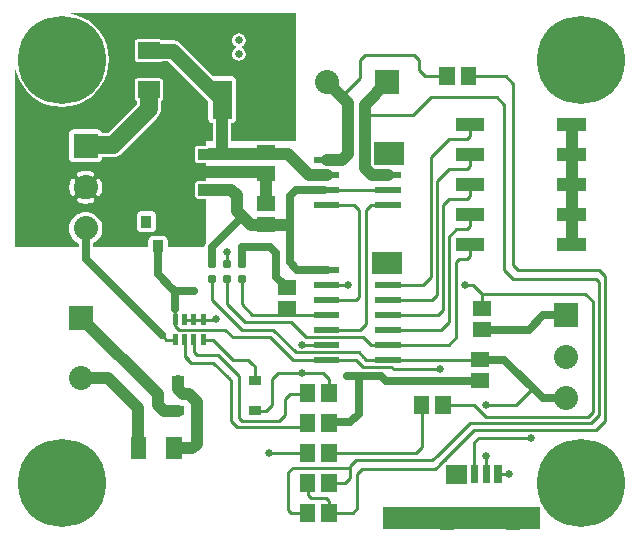
<source format=gbr>
G04 start of page 2 for group 0 idx 0 *
G04 Title: (unknown), component *
G04 Creator: pcb 4.0.2 *
G04 CreationDate: Mon Feb 22 17:58:17 2021 UTC *
G04 For: ndholmes *
G04 Format: Gerber/RS-274X *
G04 PCB-Dimensions (mil): 2100.00 1750.00 *
G04 PCB-Coordinate-Origin: lower left *
%MOIN*%
%FSLAX25Y25*%
%LNTOP*%
%ADD25C,0.0390*%
%ADD24C,0.0472*%
%ADD23C,0.0480*%
%ADD22C,0.1285*%
%ADD21C,0.0120*%
%ADD20C,0.0260*%
%ADD19C,0.0310*%
%ADD18C,0.0800*%
%ADD17C,0.2937*%
%ADD16C,0.0500*%
%ADD15C,0.0600*%
%ADD14C,0.0400*%
%ADD13C,0.0100*%
%ADD12C,0.0250*%
%ADD11C,0.0001*%
G54D11*G36*
X121000Y130500D02*X131000D01*
Y123000D01*
X121243D01*
X121000Y123243D01*
Y130500D01*
G37*
G36*
X75996Y173500D02*X95000D01*
Y131000D01*
X75996D01*
Y157693D01*
X76000Y157693D01*
X76361Y157721D01*
X76713Y157806D01*
X77047Y157944D01*
X77356Y158134D01*
X77631Y158369D01*
X77866Y158644D01*
X78056Y158953D01*
X78194Y159287D01*
X78279Y159639D01*
X78300Y160000D01*
X78279Y160361D01*
X78194Y160713D01*
X78056Y161047D01*
X77866Y161356D01*
X77631Y161631D01*
X77356Y161866D01*
X77047Y162056D01*
X76713Y162194D01*
X76480Y162250D01*
X76713Y162306D01*
X77047Y162444D01*
X77356Y162634D01*
X77631Y162869D01*
X77866Y163144D01*
X78056Y163453D01*
X78194Y163787D01*
X78279Y164139D01*
X78300Y164500D01*
X78279Y164861D01*
X78194Y165213D01*
X78056Y165547D01*
X77866Y165856D01*
X77631Y166131D01*
X77356Y166366D01*
X77047Y166556D01*
X76713Y166694D01*
X76361Y166779D01*
X76000Y166807D01*
X75996Y166807D01*
Y173500D01*
G37*
G36*
X41250Y150750D02*X41259Y145093D01*
X41296Y144940D01*
X41356Y144795D01*
X41438Y144660D01*
X41541Y144541D01*
X41660Y144438D01*
X41795Y144356D01*
X41940Y144296D01*
X42000Y144282D01*
Y143157D01*
X32343Y133500D01*
X30486D01*
X30486Y133515D01*
X30431Y133745D01*
X30341Y133963D01*
X30217Y134164D01*
X30064Y134344D01*
X29884Y134497D01*
X29683Y134621D01*
X29465Y134711D01*
X29235Y134766D01*
X29000Y134780D01*
X20765Y134766D01*
X20535Y134711D01*
X20317Y134621D01*
X20116Y134497D01*
X19936Y134344D01*
X19783Y134164D01*
X19659Y133963D01*
X19569Y133745D01*
X19514Y133515D01*
X19500Y133280D01*
X19504Y131000D01*
X1500D01*
Y155378D01*
X2038Y153138D01*
X2982Y150858D01*
X4272Y148753D01*
X5876Y146876D01*
X7753Y145272D01*
X9858Y143982D01*
X12138Y143038D01*
X14539Y142461D01*
X17000Y142268D01*
X19461Y142461D01*
X21862Y143038D01*
X24142Y143982D01*
X26247Y145272D01*
X28124Y146876D01*
X29728Y148753D01*
X31018Y150858D01*
X31962Y153138D01*
X32539Y155539D01*
X32684Y158000D01*
X32539Y160461D01*
X31962Y162862D01*
X31018Y165142D01*
X29728Y167247D01*
X28124Y169124D01*
X26247Y170728D01*
X24142Y172018D01*
X21862Y172962D01*
X19622Y173500D01*
X75996D01*
Y166807D01*
X75639Y166779D01*
X75287Y166694D01*
X74953Y166556D01*
X74644Y166366D01*
X74369Y166131D01*
X74134Y165856D01*
X73944Y165547D01*
X73806Y165213D01*
X73721Y164861D01*
X73693Y164500D01*
X73721Y164139D01*
X73806Y163787D01*
X73944Y163453D01*
X74134Y163144D01*
X74369Y162869D01*
X74644Y162634D01*
X74953Y162444D01*
X75287Y162306D01*
X75520Y162250D01*
X75287Y162194D01*
X74953Y162056D01*
X74644Y161866D01*
X74369Y161631D01*
X74134Y161356D01*
X73944Y161047D01*
X73806Y160713D01*
X73721Y160361D01*
X73693Y160000D01*
X73721Y159639D01*
X73806Y159287D01*
X73944Y158953D01*
X74134Y158644D01*
X74369Y158369D01*
X74644Y158134D01*
X74953Y157944D01*
X75287Y157806D01*
X75639Y157721D01*
X75996Y157693D01*
Y131000D01*
X73500D01*
Y136871D01*
X73885Y136872D01*
X74115Y136927D01*
X74333Y137017D01*
X74534Y137141D01*
X74714Y137294D01*
X74867Y137474D01*
X74991Y137675D01*
X75081Y137893D01*
X75136Y138123D01*
X75150Y138358D01*
X75136Y151192D01*
X75081Y151422D01*
X74991Y151640D01*
X74867Y151841D01*
X74714Y152021D01*
X74534Y152174D01*
X74333Y152298D01*
X74115Y152388D01*
X73885Y152443D01*
X73650Y152457D01*
X67506Y152444D01*
X56572Y163378D01*
X56483Y163483D01*
X56064Y163840D01*
X55594Y164128D01*
X55085Y164339D01*
X54549Y164468D01*
X54549Y164468D01*
X54000Y164511D01*
X53863Y164500D01*
X50412D01*
X50340Y164562D01*
X50205Y164644D01*
X50060Y164704D01*
X49907Y164741D01*
X49750Y164750D01*
X42093Y164741D01*
X41940Y164704D01*
X41795Y164644D01*
X41660Y164562D01*
X41541Y164459D01*
X41438Y164340D01*
X41356Y164205D01*
X41296Y164060D01*
X41259Y163907D01*
X41250Y163750D01*
X41259Y158093D01*
X41296Y157940D01*
X41356Y157795D01*
X41438Y157660D01*
X41541Y157541D01*
X41660Y157438D01*
X41795Y157356D01*
X41940Y157296D01*
X42093Y157259D01*
X42250Y157250D01*
X49907Y157259D01*
X50060Y157296D01*
X50205Y157356D01*
X50340Y157438D01*
X50412Y157500D01*
X52550D01*
X65857Y144193D01*
X65864Y138123D01*
X65919Y137893D01*
X66009Y137675D01*
X66133Y137474D01*
X66286Y137294D01*
X66466Y137141D01*
X66667Y137017D01*
X66885Y136927D01*
X67115Y136872D01*
X67350Y136858D01*
X67500Y136858D01*
Y131000D01*
X41157D01*
X48718Y138561D01*
X48837Y138663D01*
X49246Y139141D01*
X49246Y139142D01*
X49575Y139678D01*
X49816Y140260D01*
X49963Y140872D01*
X50012Y141500D01*
X50000Y141657D01*
Y144282D01*
X50060Y144296D01*
X50205Y144356D01*
X50340Y144438D01*
X50459Y144541D01*
X50562Y144660D01*
X50644Y144795D01*
X50704Y144940D01*
X50741Y145093D01*
X50750Y145250D01*
X50741Y150907D01*
X50704Y151060D01*
X50644Y151205D01*
X50562Y151340D01*
X50459Y151459D01*
X50340Y151562D01*
X50205Y151644D01*
X50060Y151704D01*
X49907Y151741D01*
X49750Y151750D01*
X47406Y151747D01*
X47240Y151816D01*
X46628Y151963D01*
X46000Y152012D01*
X45372Y151963D01*
X44760Y151816D01*
X44586Y151744D01*
X42093Y151741D01*
X41940Y151704D01*
X41795Y151644D01*
X41660Y151562D01*
X41541Y151459D01*
X41438Y151340D01*
X41356Y151205D01*
X41296Y151060D01*
X41259Y150907D01*
X41250Y150750D01*
G37*
G36*
X29493Y123860D02*X29683Y123939D01*
X29884Y124063D01*
X30064Y124216D01*
X30217Y124396D01*
X30341Y124597D01*
X30431Y124815D01*
X30486Y125045D01*
X30500Y125280D01*
X30500Y125500D01*
X33843D01*
X34000Y125488D01*
X34628Y125537D01*
X35240Y125684D01*
X35822Y125925D01*
X36358Y126254D01*
X36837Y126663D01*
X36939Y126782D01*
X48718Y138561D01*
X48837Y138663D01*
X49246Y139141D01*
X49246Y139142D01*
X49575Y139678D01*
X49816Y140260D01*
X49963Y140872D01*
X50012Y141500D01*
X50000Y141657D01*
Y144282D01*
X50060Y144296D01*
X50205Y144356D01*
X50340Y144438D01*
X50459Y144541D01*
X50562Y144660D01*
X50644Y144795D01*
X50704Y144940D01*
X50741Y145093D01*
X50750Y145250D01*
X50745Y148500D01*
X61550D01*
X65000Y145050D01*
Y129290D01*
X62264Y129287D01*
X62111Y129250D01*
X61966Y129190D01*
X61831Y129108D01*
X61712Y129005D01*
X61609Y128886D01*
X61527Y128751D01*
X61467Y128606D01*
X61430Y128453D01*
X61421Y128296D01*
X61430Y124359D01*
X61467Y124206D01*
X61527Y124061D01*
X61609Y123926D01*
X61712Y123807D01*
X61831Y123704D01*
X61966Y123622D01*
X62111Y123562D01*
X62264Y123525D01*
X62421Y123516D01*
X65000Y123519D01*
Y117478D01*
X62264Y117475D01*
X62111Y117438D01*
X61966Y117378D01*
X61831Y117296D01*
X61712Y117193D01*
X61609Y117074D01*
X61527Y116939D01*
X61467Y116794D01*
X61430Y116641D01*
X61421Y116484D01*
X61430Y112547D01*
X61467Y112394D01*
X61527Y112249D01*
X61609Y112114D01*
X61712Y111995D01*
X61831Y111892D01*
X61966Y111810D01*
X62111Y111750D01*
X62264Y111713D01*
X62421Y111704D01*
X65000Y111707D01*
Y104000D01*
X48393D01*
X48386Y106235D01*
X48331Y106465D01*
X48241Y106683D01*
X48117Y106884D01*
X47964Y107064D01*
X47784Y107217D01*
X47583Y107341D01*
X47365Y107431D01*
X47135Y107486D01*
X46900Y107500D01*
X43265Y107486D01*
X43035Y107431D01*
X42817Y107341D01*
X42616Y107217D01*
X42436Y107064D01*
X42283Y106884D01*
X42159Y106683D01*
X42069Y106465D01*
X42014Y106235D01*
X42000Y106000D01*
X42007Y104000D01*
X30009D01*
X29916Y104226D01*
X29493Y104916D01*
Y112645D01*
X29578Y112681D01*
X29679Y112743D01*
X29769Y112819D01*
X29845Y112909D01*
X29905Y113011D01*
X30122Y113480D01*
X30289Y113969D01*
X30409Y114472D01*
X30482Y114984D01*
X30506Y115500D01*
X30482Y116016D01*
X30409Y116528D01*
X30289Y117031D01*
X30122Y117520D01*
X29910Y117992D01*
X29849Y118093D01*
X29772Y118184D01*
X29682Y118261D01*
X29580Y118323D01*
X29493Y118360D01*
Y123860D01*
G37*
G36*
X25002Y123787D02*X29235Y123794D01*
X29465Y123849D01*
X29493Y123860D01*
Y118360D01*
X29471Y118369D01*
X29355Y118397D01*
X29237Y118406D01*
X29119Y118397D01*
X29003Y118370D01*
X28893Y118324D01*
X28792Y118262D01*
X28702Y118186D01*
X28624Y118095D01*
X28562Y117994D01*
X28516Y117885D01*
X28489Y117769D01*
X28479Y117651D01*
X28488Y117532D01*
X28516Y117417D01*
X28563Y117308D01*
X28721Y116968D01*
X28842Y116612D01*
X28930Y116247D01*
X28982Y115875D01*
X29000Y115500D01*
X28982Y115125D01*
X28930Y114753D01*
X28842Y114388D01*
X28721Y114032D01*
X28567Y113690D01*
X28520Y113582D01*
X28493Y113467D01*
X28483Y113349D01*
X28493Y113232D01*
X28521Y113117D01*
X28566Y113008D01*
X28628Y112907D01*
X28705Y112818D01*
X28795Y112741D01*
X28895Y112680D01*
X29004Y112635D01*
X29119Y112607D01*
X29237Y112598D01*
X29355Y112608D01*
X29469Y112635D01*
X29493Y112645D01*
Y104916D01*
X29463Y104964D01*
X28901Y105622D01*
X28243Y106184D01*
X27505Y106637D01*
X26705Y106968D01*
X25863Y107170D01*
X25002Y107238D01*
Y109994D01*
X25516Y110018D01*
X26028Y110091D01*
X26531Y110211D01*
X27020Y110378D01*
X27492Y110590D01*
X27593Y110651D01*
X27684Y110728D01*
X27761Y110818D01*
X27823Y110920D01*
X27869Y111029D01*
X27897Y111145D01*
X27906Y111263D01*
X27897Y111381D01*
X27870Y111497D01*
X27824Y111607D01*
X27762Y111708D01*
X27686Y111798D01*
X27595Y111876D01*
X27494Y111938D01*
X27385Y111984D01*
X27269Y112011D01*
X27151Y112021D01*
X27032Y112012D01*
X26917Y111984D01*
X26808Y111937D01*
X26468Y111779D01*
X26112Y111658D01*
X25747Y111570D01*
X25375Y111518D01*
X25002Y111500D01*
Y119500D01*
X25375Y119482D01*
X25747Y119430D01*
X26112Y119342D01*
X26468Y119221D01*
X26810Y119067D01*
X26918Y119020D01*
X27033Y118993D01*
X27151Y118983D01*
X27268Y118993D01*
X27383Y119021D01*
X27492Y119066D01*
X27593Y119128D01*
X27682Y119205D01*
X27759Y119295D01*
X27820Y119395D01*
X27865Y119504D01*
X27893Y119619D01*
X27902Y119737D01*
X27892Y119855D01*
X27865Y119969D01*
X27819Y120078D01*
X27757Y120179D01*
X27681Y120269D01*
X27591Y120345D01*
X27489Y120405D01*
X27020Y120622D01*
X26531Y120789D01*
X26028Y120909D01*
X25516Y120982D01*
X25002Y121006D01*
Y123787D01*
G37*
G36*
Y144509D02*X26247Y145272D01*
X28124Y146876D01*
X29512Y148500D01*
X41254D01*
X41259Y145093D01*
X41296Y144940D01*
X41356Y144795D01*
X41438Y144660D01*
X41541Y144541D01*
X41660Y144438D01*
X41795Y144356D01*
X41940Y144296D01*
X42000Y144282D01*
Y143157D01*
X32343Y133500D01*
X30486D01*
X30486Y133515D01*
X30431Y133745D01*
X30341Y133963D01*
X30217Y134164D01*
X30064Y134344D01*
X29884Y134497D01*
X29683Y134621D01*
X29465Y134711D01*
X29235Y134766D01*
X29000Y134780D01*
X25002Y134773D01*
Y144509D01*
G37*
G36*
X20507Y123860D02*X20535Y123849D01*
X20765Y123794D01*
X21000Y123780D01*
X25002Y123787D01*
Y121006D01*
X25000Y121006D01*
X24484Y120982D01*
X23972Y120909D01*
X23469Y120789D01*
X22980Y120622D01*
X22508Y120410D01*
X22407Y120349D01*
X22316Y120272D01*
X22239Y120182D01*
X22177Y120080D01*
X22131Y119971D01*
X22103Y119855D01*
X22094Y119737D01*
X22103Y119619D01*
X22130Y119503D01*
X22176Y119393D01*
X22238Y119292D01*
X22314Y119202D01*
X22405Y119124D01*
X22506Y119062D01*
X22615Y119016D01*
X22731Y118989D01*
X22849Y118979D01*
X22968Y118988D01*
X23083Y119016D01*
X23192Y119063D01*
X23532Y119221D01*
X23888Y119342D01*
X24253Y119430D01*
X24625Y119482D01*
X25000Y119500D01*
X25002Y119500D01*
Y111500D01*
X25000Y111500D01*
X24625Y111518D01*
X24253Y111570D01*
X23888Y111658D01*
X23532Y111779D01*
X23190Y111933D01*
X23082Y111980D01*
X22967Y112007D01*
X22849Y112017D01*
X22732Y112007D01*
X22617Y111979D01*
X22508Y111934D01*
X22407Y111872D01*
X22318Y111795D01*
X22241Y111705D01*
X22180Y111605D01*
X22135Y111496D01*
X22107Y111381D01*
X22098Y111263D01*
X22108Y111145D01*
X22135Y111031D01*
X22181Y110922D01*
X22243Y110821D01*
X22319Y110731D01*
X22409Y110655D01*
X22511Y110595D01*
X22980Y110378D01*
X23469Y110211D01*
X23972Y110091D01*
X24484Y110018D01*
X25000Y109994D01*
X25002Y109994D01*
Y107238D01*
X25000Y107238D01*
X24137Y107170D01*
X23295Y106968D01*
X22495Y106637D01*
X21757Y106184D01*
X21099Y105622D01*
X20537Y104964D01*
X20507Y104916D01*
Y112640D01*
X20529Y112631D01*
X20645Y112603D01*
X20763Y112594D01*
X20881Y112603D01*
X20997Y112630D01*
X21107Y112676D01*
X21208Y112738D01*
X21298Y112814D01*
X21376Y112905D01*
X21438Y113006D01*
X21484Y113115D01*
X21511Y113231D01*
X21521Y113349D01*
X21512Y113468D01*
X21484Y113583D01*
X21437Y113692D01*
X21279Y114032D01*
X21158Y114388D01*
X21070Y114753D01*
X21018Y115125D01*
X21000Y115500D01*
X21018Y115875D01*
X21070Y116247D01*
X21158Y116612D01*
X21279Y116968D01*
X21433Y117310D01*
X21480Y117418D01*
X21507Y117533D01*
X21517Y117651D01*
X21507Y117768D01*
X21479Y117883D01*
X21434Y117992D01*
X21372Y118093D01*
X21295Y118182D01*
X21205Y118259D01*
X21105Y118320D01*
X20996Y118365D01*
X20881Y118393D01*
X20763Y118402D01*
X20645Y118392D01*
X20531Y118365D01*
X20507Y118355D01*
Y123860D01*
G37*
G36*
Y142713D02*X21862Y143038D01*
X24142Y143982D01*
X25002Y144509D01*
Y134773D01*
X20765Y134766D01*
X20535Y134711D01*
X20507Y134700D01*
Y142713D01*
G37*
G36*
X1500Y148500D02*X4488D01*
X5876Y146876D01*
X7753Y145272D01*
X9858Y143982D01*
X12138Y143038D01*
X14539Y142461D01*
X17000Y142268D01*
X19461Y142461D01*
X20507Y142713D01*
Y134700D01*
X20317Y134621D01*
X20116Y134497D01*
X19936Y134344D01*
X19783Y134164D01*
X19659Y133963D01*
X19569Y133745D01*
X19514Y133515D01*
X19500Y133280D01*
X19514Y125045D01*
X19569Y124815D01*
X19659Y124597D01*
X19783Y124396D01*
X19936Y124216D01*
X20116Y124063D01*
X20317Y123939D01*
X20507Y123860D01*
Y118355D01*
X20422Y118319D01*
X20321Y118257D01*
X20231Y118181D01*
X20155Y118091D01*
X20095Y117989D01*
X19878Y117520D01*
X19711Y117031D01*
X19591Y116528D01*
X19518Y116016D01*
X19494Y115500D01*
X19518Y114984D01*
X19591Y114472D01*
X19711Y113969D01*
X19878Y113480D01*
X20090Y113008D01*
X20151Y112907D01*
X20228Y112816D01*
X20318Y112739D01*
X20420Y112677D01*
X20507Y112640D01*
Y104916D01*
X20084Y104226D01*
X19991Y104000D01*
X1500D01*
Y148500D01*
G37*
G36*
X45200Y118500D02*X65000D01*
Y117478D01*
X62264Y117475D01*
X62111Y117438D01*
X61966Y117378D01*
X61831Y117296D01*
X61712Y117193D01*
X61609Y117074D01*
X61527Y116939D01*
X61467Y116794D01*
X61430Y116641D01*
X61421Y116484D01*
X61430Y112547D01*
X61467Y112394D01*
X61527Y112249D01*
X61609Y112114D01*
X61712Y111995D01*
X61831Y111892D01*
X61966Y111810D01*
X62111Y111750D01*
X62264Y111713D01*
X62421Y111704D01*
X65000Y111707D01*
Y96925D01*
X64810Y96616D01*
X64663Y96259D01*
X64573Y95884D01*
X64550Y95500D01*
X52294D01*
X52286Y98035D01*
X52231Y98265D01*
X52141Y98483D01*
X52017Y98684D01*
X51864Y98864D01*
X51684Y99017D01*
X51483Y99141D01*
X51265Y99231D01*
X51035Y99286D01*
X50800Y99300D01*
X47165Y99286D01*
X46935Y99231D01*
X46717Y99141D01*
X46516Y99017D01*
X46336Y98864D01*
X46183Y98684D01*
X46059Y98483D01*
X45969Y98265D01*
X45914Y98035D01*
X45900Y97800D01*
X45908Y95500D01*
X45200D01*
Y100506D01*
X47135Y100514D01*
X47365Y100569D01*
X47583Y100659D01*
X47784Y100783D01*
X47964Y100936D01*
X48117Y101116D01*
X48241Y101317D01*
X48331Y101535D01*
X48386Y101765D01*
X48400Y102000D01*
X48386Y106235D01*
X48331Y106465D01*
X48241Y106683D01*
X48117Y106884D01*
X47964Y107064D01*
X47784Y107217D01*
X47583Y107341D01*
X47365Y107431D01*
X47135Y107486D01*
X46900Y107500D01*
X45200Y107494D01*
Y118500D01*
G37*
G36*
X29493D02*X45200D01*
Y107494D01*
X43265Y107486D01*
X43035Y107431D01*
X42817Y107341D01*
X42616Y107217D01*
X42436Y107064D01*
X42283Y106884D01*
X42159Y106683D01*
X42069Y106465D01*
X42014Y106235D01*
X42000Y106000D01*
X42014Y101765D01*
X42069Y101535D01*
X42159Y101317D01*
X42283Y101116D01*
X42436Y100936D01*
X42616Y100783D01*
X42817Y100659D01*
X43035Y100569D01*
X43265Y100514D01*
X43500Y100500D01*
X45200Y100506D01*
Y95500D01*
X29493D01*
Y98526D01*
X29916Y99216D01*
X30247Y100016D01*
X30449Y100858D01*
X30500Y101721D01*
X30449Y102584D01*
X30247Y103426D01*
X29916Y104226D01*
X29493Y104916D01*
Y112645D01*
X29578Y112681D01*
X29679Y112743D01*
X29769Y112819D01*
X29845Y112909D01*
X29905Y113011D01*
X30122Y113480D01*
X30289Y113969D01*
X30409Y114472D01*
X30482Y114984D01*
X30506Y115500D01*
X30482Y116016D01*
X30409Y116528D01*
X30289Y117031D01*
X30122Y117520D01*
X29910Y117992D01*
X29849Y118093D01*
X29772Y118184D01*
X29682Y118261D01*
X29580Y118323D01*
X29493Y118360D01*
Y118500D01*
G37*
G36*
Y95500D02*X27250D01*
Y96700D01*
X27505Y96805D01*
X28243Y97258D01*
X28901Y97820D01*
X29463Y98478D01*
X29493Y98526D01*
Y95500D01*
G37*
G36*
X25002Y118500D02*X29493D01*
Y118360D01*
X29471Y118369D01*
X29355Y118397D01*
X29237Y118406D01*
X29119Y118397D01*
X29003Y118370D01*
X28893Y118324D01*
X28792Y118262D01*
X28702Y118186D01*
X28624Y118095D01*
X28562Y117994D01*
X28516Y117885D01*
X28489Y117769D01*
X28479Y117651D01*
X28488Y117532D01*
X28516Y117417D01*
X28563Y117308D01*
X28721Y116968D01*
X28842Y116612D01*
X28930Y116247D01*
X28982Y115875D01*
X29000Y115500D01*
X28982Y115125D01*
X28930Y114753D01*
X28842Y114388D01*
X28721Y114032D01*
X28567Y113690D01*
X28520Y113582D01*
X28493Y113467D01*
X28483Y113349D01*
X28493Y113232D01*
X28521Y113117D01*
X28566Y113008D01*
X28628Y112907D01*
X28705Y112818D01*
X28795Y112741D01*
X28895Y112680D01*
X29004Y112635D01*
X29119Y112607D01*
X29237Y112598D01*
X29355Y112608D01*
X29469Y112635D01*
X29493Y112645D01*
Y104916D01*
X29463Y104964D01*
X28901Y105622D01*
X28243Y106184D01*
X27505Y106637D01*
X26705Y106968D01*
X25863Y107170D01*
X25002Y107238D01*
Y109994D01*
X25516Y110018D01*
X26028Y110091D01*
X26531Y110211D01*
X27020Y110378D01*
X27492Y110590D01*
X27593Y110651D01*
X27684Y110728D01*
X27761Y110818D01*
X27823Y110920D01*
X27869Y111029D01*
X27897Y111145D01*
X27906Y111263D01*
X27897Y111381D01*
X27870Y111497D01*
X27824Y111607D01*
X27762Y111708D01*
X27686Y111798D01*
X27595Y111876D01*
X27494Y111938D01*
X27385Y111984D01*
X27269Y112011D01*
X27151Y112021D01*
X27032Y112012D01*
X26917Y111984D01*
X26808Y111937D01*
X26468Y111779D01*
X26112Y111658D01*
X25747Y111570D01*
X25375Y111518D01*
X25002Y111500D01*
Y118500D01*
G37*
G36*
X20507Y98526D02*X20537Y98478D01*
X21099Y97820D01*
X21757Y97258D01*
X22495Y96805D01*
X22750Y96700D01*
Y95500D01*
X20507D01*
Y98526D01*
G37*
G36*
Y118500D02*X25002D01*
Y111500D01*
X25000Y111500D01*
X24625Y111518D01*
X24253Y111570D01*
X23888Y111658D01*
X23532Y111779D01*
X23190Y111933D01*
X23082Y111980D01*
X22967Y112007D01*
X22849Y112017D01*
X22732Y112007D01*
X22617Y111979D01*
X22508Y111934D01*
X22407Y111872D01*
X22318Y111795D01*
X22241Y111705D01*
X22180Y111605D01*
X22135Y111496D01*
X22107Y111381D01*
X22098Y111263D01*
X22108Y111145D01*
X22135Y111031D01*
X22181Y110922D01*
X22243Y110821D01*
X22319Y110731D01*
X22409Y110655D01*
X22511Y110595D01*
X22980Y110378D01*
X23469Y110211D01*
X23972Y110091D01*
X24484Y110018D01*
X25000Y109994D01*
X25002Y109994D01*
Y107238D01*
X25000Y107238D01*
X24137Y107170D01*
X23295Y106968D01*
X22495Y106637D01*
X21757Y106184D01*
X21099Y105622D01*
X20537Y104964D01*
X20507Y104916D01*
Y112640D01*
X20529Y112631D01*
X20645Y112603D01*
X20763Y112594D01*
X20881Y112603D01*
X20997Y112630D01*
X21107Y112676D01*
X21208Y112738D01*
X21298Y112814D01*
X21376Y112905D01*
X21438Y113006D01*
X21484Y113115D01*
X21511Y113231D01*
X21521Y113349D01*
X21512Y113468D01*
X21484Y113583D01*
X21437Y113692D01*
X21279Y114032D01*
X21158Y114388D01*
X21070Y114753D01*
X21018Y115125D01*
X21000Y115500D01*
X21018Y115875D01*
X21070Y116247D01*
X21158Y116612D01*
X21279Y116968D01*
X21433Y117310D01*
X21480Y117418D01*
X21507Y117533D01*
X21517Y117651D01*
X21507Y117768D01*
X21479Y117883D01*
X21434Y117992D01*
X21372Y118093D01*
X21295Y118182D01*
X21205Y118259D01*
X21105Y118320D01*
X20996Y118365D01*
X20881Y118393D01*
X20763Y118402D01*
X20645Y118392D01*
X20531Y118365D01*
X20507Y118355D01*
Y118500D01*
G37*
G36*
X1500D02*X20507D01*
Y118355D01*
X20422Y118319D01*
X20321Y118257D01*
X20231Y118181D01*
X20155Y118091D01*
X20095Y117989D01*
X19878Y117520D01*
X19711Y117031D01*
X19591Y116528D01*
X19518Y116016D01*
X19494Y115500D01*
X19518Y114984D01*
X19591Y114472D01*
X19711Y113969D01*
X19878Y113480D01*
X20090Y113008D01*
X20151Y112907D01*
X20228Y112816D01*
X20318Y112739D01*
X20420Y112677D01*
X20507Y112640D01*
Y104916D01*
X20084Y104226D01*
X19753Y103426D01*
X19551Y102584D01*
X19483Y101721D01*
X19551Y100858D01*
X19753Y100016D01*
X20084Y99216D01*
X20507Y98526D01*
Y95500D01*
X1500D01*
Y118500D01*
G37*
G36*
X120500Y94000D02*X130500D01*
Y86500D01*
X120500D01*
Y94000D01*
G37*
G36*
X145121Y23000D02*X152000D01*
Y16500D01*
X145000D01*
Y22879D01*
X145121Y23000D01*
G37*
G36*
X124000Y9000D02*X176500D01*
Y1500D01*
X124000D01*
Y9000D01*
G37*
G54D12*X104500Y114500D02*X95000D01*
X93000Y112500D01*
Y105000D01*
Y90500D02*Y108500D01*
X105500Y88000D02*X95500D01*
X93000Y90500D01*
G54D13*X80500Y73000D02*X105250D01*
X115000Y78000D02*X105250D01*
G54D12*X88500Y85500D02*X91914Y82086D01*
G54D13*X112500Y83000D02*X105250D01*
X118500Y70000D02*Y108000D01*
X120000Y109500D01*
X114500D02*X116000Y108000D01*
Y79000D01*
X115000Y78000D01*
G54D12*X77000Y95500D02*X86500D01*
X88500Y93500D01*
Y85500D01*
G54D13*X77000Y85000D02*Y76500D01*
X80500Y73000D01*
X72000Y85000D02*Y76500D01*
X67000Y85000D02*Y78000D01*
X77000Y68000D01*
X68348Y71348D02*X68500Y71500D01*
X71500Y68000D02*X74000Y65500D01*
X67348Y64652D02*X74000Y58000D01*
X79000D01*
X72000Y76500D02*X78000Y70500D01*
X93500D01*
X77000Y68000D02*X87500D01*
X76000Y65500D02*X86500D01*
X74000D02*X78500D01*
X93500Y70500D02*X98500Y65500D01*
X117500D01*
X87500Y68000D02*X95000Y60500D01*
X86500Y65500D02*X94000Y58000D01*
X95000Y60500D02*X116000D01*
X94000Y58000D02*X105250D01*
X89000Y53500D02*X104000D01*
X106000Y51500D01*
Y47043D01*
X104500Y58000D02*X115000D01*
X105250Y63000D02*X97000D01*
G54D12*X116000Y52500D02*X112000D01*
G54D13*X115000Y58000D02*X117500Y55500D01*
G54D14*X105250Y119500D02*X99500D01*
X112500Y126500D02*Y143500D01*
X118000Y122000D02*Y143000D01*
X105250Y124500D02*X110500D01*
X112500Y126500D01*
X125750Y119500D02*X120500D01*
X118000Y122000D01*
G54D13*X125750Y114500D02*X105250D01*
X120000Y109500D02*X125750D01*
X105250D02*X114500D01*
G54D14*X66358Y126406D02*X84863D01*
X85000Y126543D01*
X70500Y144657D02*Y126406D01*
X84594Y126500D02*X84500Y126406D01*
X62500Y120500D02*X83957D01*
G54D15*X46000Y148000D02*Y141500D01*
X34000Y129500D01*
X25220D01*
G54D14*X25000Y129280D01*
G54D16*X46000Y161000D02*X54000D01*
X70500Y144500D01*
G54D14*X99500Y119500D02*X92500Y126500D01*
X84594D01*
X83957Y120500D02*X85000Y119457D01*
Y119957D02*Y111043D01*
X91500Y103000D02*X85043D01*
X85000Y102957D01*
X80043D01*
X75500Y107500D01*
Y112500D01*
X73500Y114500D01*
X66358Y114594D02*X73406D01*
X75250Y112750D01*
G54D12*X67000Y95500D02*X77250Y105750D01*
X77000Y95500D02*Y90000D01*
X67000D02*Y95500D01*
G54D13*X72000Y94000D02*Y90000D01*
G54D12*X49100Y95800D02*Y86400D01*
X54500Y81000D01*
X61000D01*
G54D14*X105250Y150250D02*X105500Y150500D01*
X112500Y143500D02*X105500Y150500D01*
G54D13*X110500Y146000D02*X116500Y152000D01*
X115500Y151000D01*
G54D14*X118000Y143000D02*X125500Y150500D01*
G54D13*X118000Y139500D02*X134000D01*
X140000Y145500D01*
X138000Y152500D02*X136000Y154500D01*
Y158000D01*
X134500Y159500D01*
X118000D01*
X116500Y158000D01*
Y152000D01*
X57925Y71348D02*X68348D01*
X59500Y68000D02*X71500D01*
X64224Y64652D02*X67348D01*
X61075D02*Y62425D01*
X57925Y64652D02*Y60075D01*
X61075Y63575D02*Y60425D01*
X62000Y59500D01*
X64000D02*X69000D01*
X62000D02*X65000D01*
X67500Y57000D02*X60000D01*
X58000Y59000D01*
X57925Y59075D02*X59250Y57750D01*
X57925Y64000D02*Y59075D01*
G54D14*X42500Y42000D02*Y28595D01*
X42595Y28500D01*
X49000Y43000D02*X51000Y41000D01*
X55750D01*
X23500Y52052D02*X32448D01*
X42500Y42000D01*
X49000Y46500D02*Y43000D01*
X55750Y51000D02*Y48250D01*
X57500Y46500D01*
X59500D01*
X62000Y44000D01*
Y30000D01*
X60500Y28500D01*
X54405D01*
X62000Y30000D02*X61250Y29250D01*
G54D13*X89000Y53500D02*X87000Y51500D01*
Y43000D01*
X81250Y51000D02*Y55750D01*
X79000Y58000D01*
X75500D01*
X79000D02*X80500Y56500D01*
X98957Y46500D02*X93000D01*
X69000Y59500D02*X76000Y52500D01*
X73000Y51500D02*X67500Y57000D01*
X73500Y51000D02*X72000Y52500D01*
X76000D02*Y40500D01*
X77000Y37500D02*X76000Y38500D01*
Y52500D01*
X93000Y46500D02*X91500Y45000D01*
Y39500D01*
X89500Y37500D01*
X87000Y43000D02*X85000Y41000D01*
X81250D01*
X89500Y37500D02*X77000D01*
X98914Y35500D02*X75500D01*
X106086Y27000D02*X111000D01*
X86000D02*X99000D01*
X75500Y35500D02*X73500Y37500D01*
Y51000D01*
G54D14*X23500Y72052D02*Y72000D01*
G54D12*X25000Y101721D02*Y91500D01*
G54D14*X23500Y72000D02*X49000Y46500D01*
G54D12*X25000Y91500D02*X50250Y66250D01*
G54D13*X54776Y64652D02*X51848D01*
X50000Y66500D01*
G54D12*X54776Y74724D02*Y80724D01*
X54000Y81500D01*
G54D13*X54776Y76224D02*Y69224D01*
X56000Y68000D01*
X63000D01*
G54D14*X186950Y136500D02*Y96500D01*
G54D13*X198000Y86000D02*Y37500D01*
X195000Y34500D01*
Y85000D02*X196000Y84000D01*
X194000Y77500D02*X191500Y80000D01*
X196000Y84000D02*Y39500D01*
X194000Y40500D02*Y77500D01*
X196000Y39500D02*X193500Y37000D01*
X192500Y39000D02*X194000Y40500D01*
X153050Y96500D02*Y92550D01*
X152000Y91500D01*
X149500D01*
X148500Y90500D01*
X151500Y83000D02*X154000D01*
X157000Y80000D01*
X169000Y88000D02*X167500Y89500D01*
X153000Y102500D02*Y106450D01*
X153050Y106500D01*
X146000Y111500D02*X152000D01*
X148500Y101500D02*X152000D01*
X153000Y102500D01*
X142000Y88000D02*Y117500D01*
X140000Y89500D02*Y125500D01*
X152000Y111500D02*X153000Y112500D01*
Y116450D01*
X153050Y116500D01*
X153000Y122500D02*Y126450D01*
X153050Y126500D01*
X142000Y117500D02*X146000Y121500D01*
X152000D01*
X153000Y122500D01*
X140000Y125500D02*X146000Y131500D01*
X152000D01*
X153000Y132500D01*
Y136450D01*
X153050Y136500D01*
X145457Y152500D02*X138000D01*
X140000Y145500D02*X162000D01*
X165000Y152500D02*X152543D01*
X162000Y145500D02*X164500Y143000D01*
Y88000D01*
X167500Y89500D02*Y149000D01*
X162000Y145500D02*X162250Y145250D01*
X167500Y148500D02*Y150000D01*
X165000Y152500D01*
X195000Y34500D02*X154500D01*
X193500Y37000D02*X153000D01*
X184500Y39000D02*X192500D01*
X158500D02*X189000D01*
G54D12*X185000Y45221D02*X177279D01*
X164500Y58000D01*
G54D13*X173500Y32000D02*X156000D01*
X144043Y43000D02*X154500D01*
X158500Y39000D01*
Y43000D02*X168500D01*
X174000Y48500D01*
X164500Y88000D02*X167500Y85000D01*
X185500D01*
X183500D02*X195000D01*
X186500Y88000D02*X169000D01*
X185500D02*X196000D01*
X198000Y86000D01*
X168500Y80000D02*X184000D01*
X191500D02*X180500D01*
X157000D02*X175500D01*
G54D12*X177500Y72780D02*X185000D01*
G54D13*X157000Y75086D02*Y80000D01*
G54D12*Y68000D02*X172720D01*
X177500Y72780D01*
X181500D01*
G54D13*X125750Y68000D02*X143500D01*
X125750Y73000D02*X142500D01*
X118500Y64500D02*X120000Y63000D01*
X117500Y65500D02*X119500Y63500D01*
X146000Y63000D02*X148500Y65500D01*
X146000Y63000D02*X120000D01*
X125750Y78000D02*X140500D01*
X142000Y79500D01*
X125750Y83000D02*X137500D01*
X140000Y85500D01*
X105250Y68000D02*X116500D01*
X118500Y70000D01*
X116000Y60500D02*X118500Y58000D01*
X125750D01*
X116000Y60500D02*X117500Y59000D01*
Y55500D02*X125000D01*
X126000Y58000D02*X156457D01*
G54D12*X156500Y50957D02*X125043D01*
G54D13*X124000Y55500D02*X127000D01*
X127500Y55000D01*
X143000D01*
X156457Y58000D02*X156500Y58043D01*
G54D12*Y58000D02*X164500D01*
G54D13*X143500Y68000D02*X146000Y70500D01*
X142500Y73000D02*X144000Y74500D01*
X148500Y65500D02*Y79500D01*
Y65500D02*Y89500D01*
X146000Y70500D02*Y79500D01*
X144000Y74500D02*Y87500D01*
X142000Y79500D02*Y89000D01*
X140000Y85500D02*Y90000D01*
X148500Y90500D02*Y87000D01*
X146000Y77000D02*Y99000D01*
X148500Y101500D01*
X144000Y86000D02*Y109500D01*
X146000Y111500D01*
X143250Y27250D02*X140500Y24500D01*
X145000Y25000D02*X141500Y21500D01*
X136957Y43000D02*Y28957D01*
X135000Y27000D01*
X140500Y24500D02*X140750Y24750D01*
X106000Y47043D02*X106043Y47000D01*
X106086Y37000D02*X106043Y36957D01*
G54D12*X106293Y37207D02*X113207D01*
X116000Y40000D01*
G54D13*X135000Y27000D02*X108500D01*
G54D12*X125043Y50957D02*X123500Y52500D01*
X112500D01*
X116000Y40000D02*Y52500D01*
G54D13*X106043Y7000D02*X111000D01*
X98957D02*X93500D01*
X92500Y8000D01*
X105000Y12000D02*X106000Y11000D01*
Y7043D01*
X106043Y7000D01*
X98500Y22000D02*X113000D01*
X94000D02*X106000D01*
X92500Y8000D02*Y20500D01*
X94000Y22000D01*
X98957Y17000D02*Y13043D01*
X100000Y12000D01*
X105000D01*
X106043Y17000D02*X111500D01*
X113000Y18500D01*
Y22500D01*
X115000Y24500D01*
X117000Y21500D02*X115500Y20000D01*
Y8500D01*
X114000Y7000D01*
X110500D01*
X115000Y24500D02*X140500D01*
X141500Y21500D02*X117000D01*
X154500Y34500D02*X142750Y22750D01*
X154500Y30500D02*Y24563D01*
X153000Y37000D02*X142000Y26000D01*
X154531Y20000D02*Y25969D01*
X154500Y24563D02*X154531Y24531D01*
X162406Y20000D02*X166000D01*
X158469D02*Y25969D01*
X158500Y26000D01*
X156000Y32000D02*X154500Y30500D01*
G54D17*X190000Y158000D03*
G54D11*G36*
X121500Y154500D02*Y146500D01*
X129500D01*
Y154500D01*
X121500D01*
G37*
G54D18*X105500Y150500D03*
G54D17*X17000Y17000D03*
X190000D03*
X17000Y158000D03*
G54D11*G36*
X21000Y133280D02*Y125280D01*
X29000D01*
Y133280D01*
X21000D01*
G37*
G54D18*X25000Y115500D03*
Y101721D03*
G54D11*G36*
X19500Y76052D02*Y68052D01*
X27500D01*
Y76052D01*
X19500D01*
G37*
G54D18*X23500Y52052D03*
G54D11*G36*
X181000Y76780D02*Y68780D01*
X189000D01*
Y76780D01*
X181000D01*
G37*
G54D18*X185000Y59000D03*
Y45221D03*
G54D11*G36*
X61912Y66424D02*X60238D01*
Y62880D01*
X61912D01*
Y66424D01*
G37*
G36*
X65060D02*X63388D01*
Y62880D01*
X65060D01*
Y66424D01*
G37*
G36*
Y73120D02*X63388D01*
Y69576D01*
X65060D01*
Y73120D01*
G37*
G36*
X61912D02*X60238D01*
Y69576D01*
X61912D01*
Y73120D01*
G37*
G36*
X58762D02*X57088D01*
Y69576D01*
X58762D01*
Y73120D01*
G37*
G36*
X55612Y66424D02*X53940D01*
Y62880D01*
X55612D01*
Y66424D01*
G37*
G36*
X58762D02*X57088D01*
Y62880D01*
X58762D01*
Y66424D01*
G37*
G36*
X55612Y73120D02*X53940D01*
Y69576D01*
X55612D01*
Y73120D01*
G37*
G36*
X53750Y42550D02*Y39450D01*
X57750D01*
Y42550D01*
X53750D01*
G37*
G36*
Y52550D02*Y49450D01*
X57750D01*
Y52550D01*
X53750D01*
G37*
G36*
X45154Y32240D02*X40036D01*
Y24760D01*
X45154D01*
Y32240D01*
G37*
G36*
X56964D02*X51846D01*
Y24760D01*
X56964D01*
Y32240D01*
G37*
G54D19*X67000Y85000D03*
Y90000D03*
G54D11*G36*
X101516Y9952D02*X96398D01*
Y4048D01*
X101516D01*
Y9952D01*
G37*
G36*
X108602D02*X103484D01*
Y4048D01*
X108602D01*
Y9952D01*
G37*
G36*
X101516Y19952D02*X96398D01*
Y14048D01*
X101516D01*
Y19952D01*
G37*
G36*
X108602D02*X103484D01*
Y14048D01*
X108602D01*
Y19952D01*
G37*
G36*
X79250Y42550D02*Y39450D01*
X83250D01*
Y42550D01*
X79250D01*
G37*
G36*
Y52550D02*Y49450D01*
X83250D01*
Y52550D01*
X79250D01*
G37*
G36*
X101516Y39952D02*X96398D01*
Y34048D01*
X101516D01*
Y39952D01*
G37*
G36*
X101559Y29952D02*X96441D01*
Y24048D01*
X101559D01*
Y29952D01*
G37*
G36*
X108602Y39952D02*X103484D01*
Y34048D01*
X108602D01*
Y39952D01*
G37*
G36*
X108645Y29952D02*X103527D01*
Y24048D01*
X108645D01*
Y29952D01*
G37*
G36*
X101516Y49952D02*X96398D01*
Y44048D01*
X101516D01*
Y49952D01*
G37*
G36*
X108602D02*X103484D01*
Y44048D01*
X108602D01*
Y49952D01*
G37*
G36*
X89143Y77516D02*Y72398D01*
X95047D01*
Y77516D01*
X89143D01*
G37*
G36*
Y84602D02*Y79484D01*
X95047D01*
Y84602D01*
X89143D01*
G37*
G36*
X101000Y89000D02*Y87000D01*
X109500D01*
Y89000D01*
X101000D01*
G37*
G36*
Y84000D02*Y82000D01*
X109500D01*
Y84000D01*
X101000D01*
G37*
G36*
Y79000D02*Y77000D01*
X109500D01*
Y79000D01*
X101000D01*
G37*
G36*
Y74000D02*Y72000D01*
X109500D01*
Y74000D01*
X101000D01*
G37*
G36*
Y69000D02*Y67000D01*
X109500D01*
Y69000D01*
X101000D01*
G37*
G36*
X121500D02*Y67000D01*
X130000D01*
Y69000D01*
X121500D01*
G37*
G36*
Y74000D02*Y72000D01*
X130000D01*
Y74000D01*
X121500D01*
G37*
G36*
Y79000D02*Y77000D01*
X130000D01*
Y79000D01*
X121500D01*
G37*
G36*
Y84000D02*Y82000D01*
X130000D01*
Y84000D01*
X121500D01*
G37*
G36*
Y89000D02*Y87000D01*
X130000D01*
Y89000D01*
X121500D01*
G37*
G36*
X101000Y64000D02*Y62000D01*
X109500D01*
Y64000D01*
X101000D01*
G37*
G36*
X121500D02*Y62000D01*
X130000D01*
Y64000D01*
X121500D01*
G37*
G36*
X154048Y70559D02*Y65441D01*
X159952D01*
Y70559D01*
X154048D01*
G37*
G36*
Y77645D02*Y72527D01*
X159952D01*
Y77645D01*
X154048D01*
G37*
G36*
X148250Y98700D02*Y94300D01*
X157850D01*
Y98700D01*
X148250D01*
G37*
G36*
X101000Y59000D02*Y57000D01*
X109500D01*
Y59000D01*
X101000D01*
G37*
G36*
X121500D02*Y57000D01*
X130000D01*
Y59000D01*
X121500D01*
G37*
G36*
X153548Y53516D02*Y48398D01*
X159452D01*
Y53516D01*
X153548D01*
G37*
G36*
Y60602D02*Y55484D01*
X159452D01*
Y60602D01*
X153548D01*
G37*
G36*
X146602Y45952D02*X141484D01*
Y40048D01*
X146602D01*
Y45952D01*
G37*
G36*
X139516D02*X134398D01*
Y40048D01*
X139516D01*
Y45952D01*
G37*
G36*
X151775Y23051D02*X149413D01*
Y16949D01*
X151775D01*
Y23051D01*
G37*
G36*
X155712D02*X153350D01*
Y16949D01*
X155712D01*
Y23051D01*
G37*
G36*
X159650D02*X157288D01*
Y16949D01*
X159650D01*
Y23051D01*
G37*
G36*
X163587D02*X161225D01*
Y16949D01*
X163587D01*
Y23051D01*
G37*
G36*
X147838Y8287D02*X143114D01*
Y1201D01*
X147838D01*
Y8287D01*
G37*
G36*
X169886D02*X165162D01*
Y1201D01*
X169886D01*
Y8287D01*
G37*
G36*
X148016Y155452D02*X142898D01*
Y149548D01*
X148016D01*
Y155452D01*
G37*
G36*
X155102D02*X149984D01*
Y149548D01*
X155102D01*
Y155452D01*
G37*
G36*
X148250Y138700D02*Y134300D01*
X157850D01*
Y138700D01*
X148250D01*
G37*
G36*
X182150D02*Y134300D01*
X191750D01*
Y138700D01*
X182150D01*
G37*
G36*
X148250Y128700D02*Y124300D01*
X157850D01*
Y128700D01*
X148250D01*
G37*
G36*
X182150D02*Y124300D01*
X191750D01*
Y128700D01*
X182150D01*
G37*
G36*
X101000Y125500D02*Y123500D01*
X109500D01*
Y125500D01*
X101000D01*
G37*
G36*
Y120500D02*Y118500D01*
X109500D01*
Y120500D01*
X101000D01*
G37*
G36*
Y115500D02*Y113500D01*
X109500D01*
Y115500D01*
X101000D01*
G37*
G36*
Y110500D02*Y108500D01*
X109500D01*
Y110500D01*
X101000D01*
G37*
G36*
X121500D02*Y108500D01*
X130000D01*
Y110500D01*
X121500D01*
G37*
G36*
X148250Y108700D02*Y104300D01*
X157850D01*
Y108700D01*
X148250D01*
G37*
G36*
X182150D02*Y104300D01*
X191750D01*
Y108700D01*
X182150D01*
G37*
G36*
Y98700D02*Y94300D01*
X191750D01*
Y98700D01*
X182150D01*
G37*
G36*
X121500Y115500D02*Y113500D01*
X130000D01*
Y115500D01*
X121500D01*
G37*
G36*
Y120500D02*Y118500D01*
X130000D01*
Y120500D01*
X121500D01*
G37*
G36*
Y125500D02*Y123500D01*
X130000D01*
Y125500D01*
X121500D01*
G37*
G36*
X148250Y118700D02*Y114300D01*
X157850D01*
Y118700D01*
X148250D01*
G37*
G36*
X182150D02*Y114300D01*
X191750D01*
Y118700D01*
X182150D01*
G37*
G36*
X42250Y150750D02*Y145250D01*
X49750D01*
Y150750D01*
X42250D01*
G37*
G36*
X73650Y150957D02*X67350D01*
Y138358D01*
X73650D01*
Y150957D01*
G37*
G36*
X42250Y163750D02*Y158250D01*
X49750D01*
Y163750D01*
X42250D01*
G37*
G36*
X73650Y170642D02*X67350D01*
Y158043D01*
X73650D01*
Y170642D01*
G37*
G36*
X82048Y105516D02*Y100398D01*
X87952D01*
Y105516D01*
X82048D01*
G37*
G36*
X54700Y106000D02*X51300D01*
Y102000D01*
X54700D01*
Y106000D01*
G37*
G36*
X46900D02*X43500D01*
Y102000D01*
X46900D01*
Y106000D01*
G37*
G36*
X50800Y97800D02*X47400D01*
Y93800D01*
X50800D01*
Y97800D01*
G37*
G36*
X82048Y112602D02*Y107484D01*
X87952D01*
Y112602D01*
X82048D01*
G37*
G36*
Y129602D02*Y124484D01*
X87952D01*
Y129602D01*
X82048D01*
G37*
G36*
Y122516D02*Y117398D01*
X87952D01*
Y122516D01*
X82048D01*
G37*
G36*
X62421Y116484D02*Y112704D01*
X70295D01*
Y116484D01*
X62421D01*
G37*
G36*
X54705Y122390D02*Y118610D01*
X70295D01*
Y122390D01*
X54705D01*
G37*
G36*
X48246Y125225D02*Y115775D01*
X59586D01*
Y125225D01*
X48246D01*
G37*
G36*
X62426Y118615D02*X61006Y120035D01*
X58166Y117195D01*
X59586Y115775D01*
X62426Y118615D01*
G37*
G36*
X59586Y125225D02*X58166Y123805D01*
X61006Y120965D01*
X62426Y122385D01*
X59586Y125225D01*
G37*
G36*
X62421Y128296D02*Y124516D01*
X70295D01*
Y128296D01*
X62421D01*
G37*
G54D19*X72000Y85000D03*
Y90000D03*
X77000D03*
Y85000D03*
G54D20*X45500Y118500D03*
Y122500D03*
X47500Y128000D03*
X51500Y113000D03*
X47500D03*
X77000Y95500D03*
X72000Y94000D03*
X61000Y81000D03*
X79000Y120500D03*
X74000D03*
X85000Y115000D03*
X93000Y96000D03*
Y92000D03*
X123500Y128500D03*
X128500D03*
X123000Y92000D03*
X128000D03*
X112500Y83000D03*
X151500D03*
X51500Y128000D03*
X76000Y164500D03*
Y160000D03*
X65000Y164500D03*
Y160000D03*
X187000Y131500D03*
Y101500D03*
Y111500D03*
Y121500D03*
X68500Y71500D03*
X97000Y63000D03*
Y53500D03*
X86000Y27000D03*
X158500Y26000D03*
X146500Y21500D03*
Y18000D03*
X166000Y20000D03*
X112000Y52500D03*
X116000D03*
X143000Y55000D03*
X173500Y32000D03*
X158500Y43000D03*
G54D21*G54D22*G54D23*G54D22*G54D24*G54D23*G54D25*G54D24*M02*

</source>
